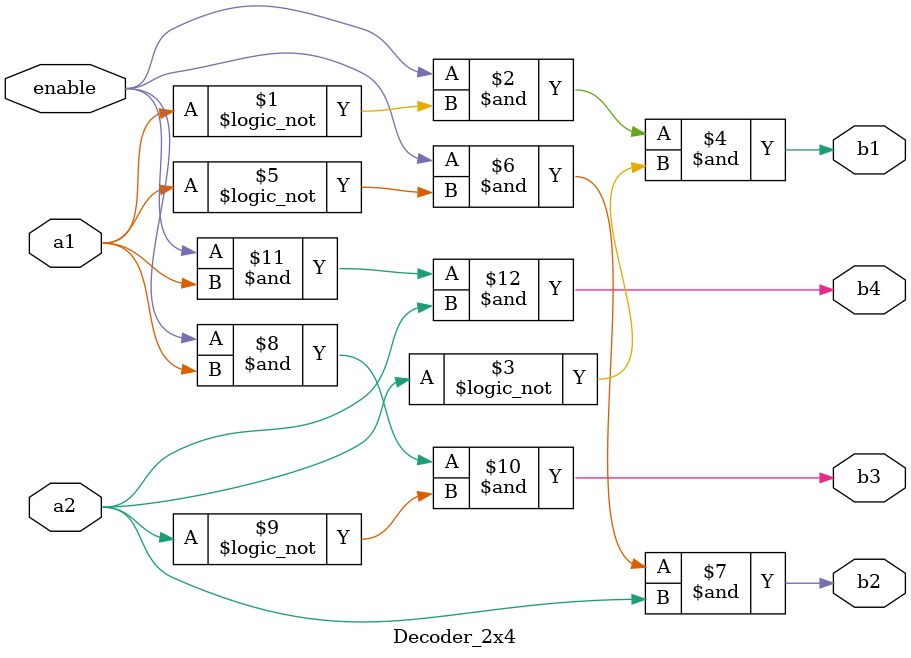
<source format=v>
`timescale 1ns / 1ps
module Decoder_2x4(
    input a1,
    input a2,
    input enable,
    output b1,
    output b2,
    output b3,
    output b4
    );
	 
	 assign b1 = (enable) & (!a1) & (!a2);
	 assign b2 = (enable) & (!a1) & (a2);
	 assign b3 = (enable) & (a1) & (!a2);
	 assign b4 = (enable) & (a1) & (a2);

endmodule
</source>
